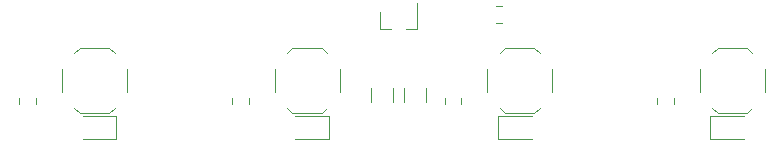
<source format=gbr>
G04 #@! TF.GenerationSoftware,KiCad,Pcbnew,(5.1.0)-1*
G04 #@! TF.CreationDate,2022-02-25T22:57:01-08:00*
G04 #@! TF.ProjectId,BTNPAD_TYPE_B,42544e50-4144-45f5-9459-50455f422e6b,rev?*
G04 #@! TF.SameCoordinates,PX7541940PY6316b30*
G04 #@! TF.FileFunction,Legend,Top*
G04 #@! TF.FilePolarity,Positive*
%FSLAX45Y45*%
G04 Gerber Fmt 4.5, Leading zero omitted, Abs format (unit mm)*
G04 Created by KiCad (PCBNEW (5.1.0)-1) date 2022-02-25 22:57:01*
%MOMM*%
%LPD*%
G04 APERTURE LIST*
%ADD10C,0.120000*%
%ADD11C,3.302000*%
%ADD12C,0.100000*%
%ADD13C,1.252000*%
%ADD14R,1.802000X1.802000*%
%ADD15O,1.802000X1.802000*%
%ADD16R,0.902000X1.002000*%
%ADD17C,1.527000*%
%ADD18R,1.802000X1.102000*%
G04 APERTURE END LIST*
D10*
X1300300Y255000D02*
X1586300Y255000D01*
X1586300Y255000D02*
X1586300Y447000D01*
X1586300Y447000D02*
X1300300Y447000D01*
X3386300Y447000D02*
X3100300Y447000D01*
X3386300Y255000D02*
X3386300Y447000D01*
X3100300Y255000D02*
X3386300Y255000D01*
X5100300Y447000D02*
X4814300Y447000D01*
X4814300Y447000D02*
X4814300Y255000D01*
X4814300Y255000D02*
X5100300Y255000D01*
X6614300Y255000D02*
X6900300Y255000D01*
X6614300Y447000D02*
X6614300Y255000D01*
X6900300Y447000D02*
X6614300Y447000D01*
X3815500Y1185440D02*
X3908500Y1185440D01*
X4131500Y1185440D02*
X4038500Y1185440D01*
X4131500Y1185440D02*
X4131500Y1401440D01*
X3815500Y1185440D02*
X3815500Y1331440D01*
X906300Y549075D02*
X906300Y601325D01*
X764300Y549075D02*
X764300Y601325D01*
X2564300Y549075D02*
X2564300Y601325D01*
X2706300Y549075D02*
X2706300Y601325D01*
X4506300Y549075D02*
X4506300Y601325D01*
X4364300Y549075D02*
X4364300Y601325D01*
X6164300Y549075D02*
X6164300Y601325D01*
X6306300Y549075D02*
X6306300Y601325D01*
X4850525Y1238700D02*
X4798275Y1238700D01*
X4850525Y1380700D02*
X4798275Y1380700D01*
X3924800Y562994D02*
X3924800Y683406D01*
X3742800Y562994D02*
X3742800Y683406D01*
X4022200Y562994D02*
X4022200Y683406D01*
X4204200Y562994D02*
X4204200Y683406D01*
X1230300Y520200D02*
X1275300Y475200D01*
X1570300Y520200D02*
X1525300Y475200D01*
X1570300Y980200D02*
X1525300Y1025200D01*
X1230300Y980200D02*
X1275300Y1025200D01*
X1675300Y850200D02*
X1675300Y650200D01*
X1275300Y475200D02*
X1525300Y475200D01*
X1125300Y850200D02*
X1125300Y650200D01*
X1275300Y1025200D02*
X1525300Y1025200D01*
X3075300Y1025200D02*
X3325300Y1025200D01*
X2925300Y850200D02*
X2925300Y650200D01*
X3075300Y475200D02*
X3325300Y475200D01*
X3475300Y850200D02*
X3475300Y650200D01*
X3030300Y980200D02*
X3075300Y1025200D01*
X3370300Y980200D02*
X3325300Y1025200D01*
X3370300Y520200D02*
X3325300Y475200D01*
X3030300Y520200D02*
X3075300Y475200D01*
X4830300Y520200D02*
X4875300Y475200D01*
X5170300Y520200D02*
X5125300Y475200D01*
X5170300Y980200D02*
X5125300Y1025200D01*
X4830300Y980200D02*
X4875300Y1025200D01*
X5275300Y850200D02*
X5275300Y650200D01*
X4875300Y475200D02*
X5125300Y475200D01*
X4725300Y850200D02*
X4725300Y650200D01*
X4875300Y1025200D02*
X5125300Y1025200D01*
X6675300Y1025200D02*
X6925300Y1025200D01*
X6525300Y850200D02*
X6525300Y650200D01*
X6675300Y475200D02*
X6925300Y475200D01*
X7075300Y850200D02*
X7075300Y650200D01*
X6630300Y980200D02*
X6675300Y1025200D01*
X6970300Y980200D02*
X6925300Y1025200D01*
X6970300Y520200D02*
X6925300Y475200D01*
X6630300Y520200D02*
X6675300Y475200D01*
%LPC*%
D11*
X7850000Y750200D03*
D12*
G36*
X1540850Y425969D02*
G01*
X1543492Y425577D01*
X1546083Y424928D01*
X1548598Y424028D01*
X1551013Y422886D01*
X1553304Y421513D01*
X1555449Y419922D01*
X1557428Y418128D01*
X1559222Y416149D01*
X1560813Y414004D01*
X1562186Y411713D01*
X1563328Y409298D01*
X1564228Y406783D01*
X1564877Y404192D01*
X1565269Y401550D01*
X1565400Y398883D01*
X1565400Y303117D01*
X1565269Y300450D01*
X1564877Y297808D01*
X1564228Y295217D01*
X1563328Y292702D01*
X1562186Y290287D01*
X1560813Y287996D01*
X1559222Y285851D01*
X1557428Y283872D01*
X1555449Y282078D01*
X1553304Y280487D01*
X1551013Y279114D01*
X1548598Y277972D01*
X1546083Y277072D01*
X1543492Y276423D01*
X1540850Y276031D01*
X1538183Y275900D01*
X1467417Y275900D01*
X1464749Y276031D01*
X1462107Y276423D01*
X1459516Y277072D01*
X1457002Y277972D01*
X1454587Y279114D01*
X1452296Y280487D01*
X1450151Y282078D01*
X1448172Y283872D01*
X1446378Y285851D01*
X1444787Y287996D01*
X1443414Y290287D01*
X1442272Y292702D01*
X1441372Y295217D01*
X1440723Y297808D01*
X1440331Y300450D01*
X1440200Y303117D01*
X1440200Y398883D01*
X1440331Y401550D01*
X1440723Y404192D01*
X1441372Y406783D01*
X1442272Y409298D01*
X1443414Y411713D01*
X1444787Y414004D01*
X1446378Y416149D01*
X1448172Y418128D01*
X1450151Y419922D01*
X1452296Y421513D01*
X1454587Y422886D01*
X1457002Y424028D01*
X1459516Y424928D01*
X1462107Y425577D01*
X1464749Y425969D01*
X1467417Y426100D01*
X1538183Y426100D01*
X1540850Y425969D01*
X1540850Y425969D01*
G37*
D13*
X1502800Y351000D03*
D12*
G36*
X1335851Y425969D02*
G01*
X1338493Y425577D01*
X1341084Y424928D01*
X1343598Y424028D01*
X1346013Y422886D01*
X1348304Y421513D01*
X1350449Y419922D01*
X1352428Y418128D01*
X1354222Y416149D01*
X1355813Y414004D01*
X1357186Y411713D01*
X1358328Y409298D01*
X1359228Y406783D01*
X1359877Y404192D01*
X1360269Y401550D01*
X1360400Y398883D01*
X1360400Y303117D01*
X1360269Y300450D01*
X1359877Y297808D01*
X1359228Y295217D01*
X1358328Y292702D01*
X1357186Y290287D01*
X1355813Y287996D01*
X1354222Y285851D01*
X1352428Y283872D01*
X1350449Y282078D01*
X1348304Y280487D01*
X1346013Y279114D01*
X1343598Y277972D01*
X1341084Y277072D01*
X1338493Y276423D01*
X1335851Y276031D01*
X1333183Y275900D01*
X1262417Y275900D01*
X1259750Y276031D01*
X1257108Y276423D01*
X1254517Y277072D01*
X1252002Y277972D01*
X1249587Y279114D01*
X1247296Y280487D01*
X1245151Y282078D01*
X1243172Y283872D01*
X1241378Y285851D01*
X1239787Y287996D01*
X1238414Y290287D01*
X1237272Y292702D01*
X1236372Y295217D01*
X1235723Y297808D01*
X1235331Y300450D01*
X1235200Y303117D01*
X1235200Y398883D01*
X1235331Y401550D01*
X1235723Y404192D01*
X1236372Y406783D01*
X1237272Y409298D01*
X1238414Y411713D01*
X1239787Y414004D01*
X1241378Y416149D01*
X1243172Y418128D01*
X1245151Y419922D01*
X1247296Y421513D01*
X1249587Y422886D01*
X1252002Y424028D01*
X1254517Y424928D01*
X1257108Y425577D01*
X1259750Y425969D01*
X1262417Y426100D01*
X1333183Y426100D01*
X1335851Y425969D01*
X1335851Y425969D01*
G37*
D13*
X1297800Y351000D03*
D12*
G36*
X3135850Y425969D02*
G01*
X3138492Y425577D01*
X3141083Y424928D01*
X3143598Y424028D01*
X3146013Y422886D01*
X3148304Y421513D01*
X3150449Y419922D01*
X3152428Y418128D01*
X3154222Y416149D01*
X3155813Y414004D01*
X3157186Y411713D01*
X3158328Y409298D01*
X3159228Y406783D01*
X3159877Y404192D01*
X3160269Y401550D01*
X3160400Y398883D01*
X3160400Y303117D01*
X3160269Y300450D01*
X3159877Y297808D01*
X3159228Y295217D01*
X3158328Y292702D01*
X3157186Y290287D01*
X3155813Y287996D01*
X3154222Y285851D01*
X3152428Y283872D01*
X3150449Y282078D01*
X3148304Y280487D01*
X3146013Y279114D01*
X3143598Y277972D01*
X3141083Y277072D01*
X3138492Y276423D01*
X3135850Y276031D01*
X3133183Y275900D01*
X3062417Y275900D01*
X3059749Y276031D01*
X3057107Y276423D01*
X3054516Y277072D01*
X3052002Y277972D01*
X3049587Y279114D01*
X3047296Y280487D01*
X3045151Y282078D01*
X3043172Y283872D01*
X3041378Y285851D01*
X3039787Y287996D01*
X3038414Y290287D01*
X3037272Y292702D01*
X3036372Y295217D01*
X3035723Y297808D01*
X3035331Y300450D01*
X3035200Y303117D01*
X3035200Y398883D01*
X3035331Y401550D01*
X3035723Y404192D01*
X3036372Y406783D01*
X3037272Y409298D01*
X3038414Y411713D01*
X3039787Y414004D01*
X3041378Y416149D01*
X3043172Y418128D01*
X3045151Y419922D01*
X3047296Y421513D01*
X3049587Y422886D01*
X3052002Y424028D01*
X3054516Y424928D01*
X3057107Y425577D01*
X3059749Y425969D01*
X3062417Y426100D01*
X3133183Y426100D01*
X3135850Y425969D01*
X3135850Y425969D01*
G37*
D13*
X3097800Y351000D03*
D12*
G36*
X3340850Y425969D02*
G01*
X3343492Y425577D01*
X3346083Y424928D01*
X3348598Y424028D01*
X3351013Y422886D01*
X3353304Y421513D01*
X3355449Y419922D01*
X3357428Y418128D01*
X3359222Y416149D01*
X3360813Y414004D01*
X3362186Y411713D01*
X3363328Y409298D01*
X3364228Y406783D01*
X3364877Y404192D01*
X3365269Y401550D01*
X3365400Y398883D01*
X3365400Y303117D01*
X3365269Y300450D01*
X3364877Y297808D01*
X3364228Y295217D01*
X3363328Y292702D01*
X3362186Y290287D01*
X3360813Y287996D01*
X3359222Y285851D01*
X3357428Y283872D01*
X3355449Y282078D01*
X3353304Y280487D01*
X3351013Y279114D01*
X3348598Y277972D01*
X3346083Y277072D01*
X3343492Y276423D01*
X3340850Y276031D01*
X3338183Y275900D01*
X3267417Y275900D01*
X3264749Y276031D01*
X3262107Y276423D01*
X3259516Y277072D01*
X3257002Y277972D01*
X3254587Y279114D01*
X3252296Y280487D01*
X3250151Y282078D01*
X3248172Y283872D01*
X3246378Y285851D01*
X3244787Y287996D01*
X3243414Y290287D01*
X3242272Y292702D01*
X3241372Y295217D01*
X3240723Y297808D01*
X3240331Y300450D01*
X3240200Y303117D01*
X3240200Y398883D01*
X3240331Y401550D01*
X3240723Y404192D01*
X3241372Y406783D01*
X3242272Y409298D01*
X3243414Y411713D01*
X3244787Y414004D01*
X3246378Y416149D01*
X3248172Y418128D01*
X3250151Y419922D01*
X3252296Y421513D01*
X3254587Y422886D01*
X3257002Y424028D01*
X3259516Y424928D01*
X3262107Y425577D01*
X3264749Y425969D01*
X3267417Y426100D01*
X3338183Y426100D01*
X3340850Y425969D01*
X3340850Y425969D01*
G37*
D13*
X3302800Y351000D03*
D12*
G36*
X4935851Y425969D02*
G01*
X4938493Y425577D01*
X4941084Y424928D01*
X4943598Y424028D01*
X4946013Y422886D01*
X4948304Y421513D01*
X4950449Y419922D01*
X4952428Y418128D01*
X4954222Y416149D01*
X4955813Y414004D01*
X4957186Y411713D01*
X4958328Y409298D01*
X4959228Y406783D01*
X4959877Y404192D01*
X4960269Y401550D01*
X4960400Y398883D01*
X4960400Y303117D01*
X4960269Y300450D01*
X4959877Y297808D01*
X4959228Y295217D01*
X4958328Y292702D01*
X4957186Y290287D01*
X4955813Y287996D01*
X4954222Y285851D01*
X4952428Y283872D01*
X4950449Y282078D01*
X4948304Y280487D01*
X4946013Y279114D01*
X4943598Y277972D01*
X4941084Y277072D01*
X4938493Y276423D01*
X4935851Y276031D01*
X4933183Y275900D01*
X4862417Y275900D01*
X4859750Y276031D01*
X4857108Y276423D01*
X4854517Y277072D01*
X4852002Y277972D01*
X4849587Y279114D01*
X4847296Y280487D01*
X4845151Y282078D01*
X4843172Y283872D01*
X4841378Y285851D01*
X4839787Y287996D01*
X4838414Y290287D01*
X4837272Y292702D01*
X4836372Y295217D01*
X4835723Y297808D01*
X4835331Y300450D01*
X4835200Y303117D01*
X4835200Y398883D01*
X4835331Y401550D01*
X4835723Y404192D01*
X4836372Y406783D01*
X4837272Y409298D01*
X4838414Y411713D01*
X4839787Y414004D01*
X4841378Y416149D01*
X4843172Y418128D01*
X4845151Y419922D01*
X4847296Y421513D01*
X4849587Y422886D01*
X4852002Y424028D01*
X4854517Y424928D01*
X4857108Y425577D01*
X4859750Y425969D01*
X4862417Y426100D01*
X4933183Y426100D01*
X4935851Y425969D01*
X4935851Y425969D01*
G37*
D13*
X4897800Y351000D03*
D12*
G36*
X5140851Y425969D02*
G01*
X5143493Y425577D01*
X5146084Y424928D01*
X5148598Y424028D01*
X5151013Y422886D01*
X5153304Y421513D01*
X5155449Y419922D01*
X5157428Y418128D01*
X5159222Y416149D01*
X5160813Y414004D01*
X5162186Y411713D01*
X5163328Y409298D01*
X5164228Y406783D01*
X5164877Y404192D01*
X5165269Y401550D01*
X5165400Y398883D01*
X5165400Y303117D01*
X5165269Y300450D01*
X5164877Y297808D01*
X5164228Y295217D01*
X5163328Y292702D01*
X5162186Y290287D01*
X5160813Y287996D01*
X5159222Y285851D01*
X5157428Y283872D01*
X5155449Y282078D01*
X5153304Y280487D01*
X5151013Y279114D01*
X5148598Y277972D01*
X5146084Y277072D01*
X5143493Y276423D01*
X5140851Y276031D01*
X5138183Y275900D01*
X5067417Y275900D01*
X5064750Y276031D01*
X5062108Y276423D01*
X5059517Y277072D01*
X5057002Y277972D01*
X5054587Y279114D01*
X5052296Y280487D01*
X5050151Y282078D01*
X5048172Y283872D01*
X5046378Y285851D01*
X5044787Y287996D01*
X5043414Y290287D01*
X5042272Y292702D01*
X5041372Y295217D01*
X5040723Y297808D01*
X5040331Y300450D01*
X5040200Y303117D01*
X5040200Y398883D01*
X5040331Y401550D01*
X5040723Y404192D01*
X5041372Y406783D01*
X5042272Y409298D01*
X5043414Y411713D01*
X5044787Y414004D01*
X5046378Y416149D01*
X5048172Y418128D01*
X5050151Y419922D01*
X5052296Y421513D01*
X5054587Y422886D01*
X5057002Y424028D01*
X5059517Y424928D01*
X5062108Y425577D01*
X5064750Y425969D01*
X5067417Y426100D01*
X5138183Y426100D01*
X5140851Y425969D01*
X5140851Y425969D01*
G37*
D13*
X5102800Y351000D03*
D12*
G36*
X6940850Y425969D02*
G01*
X6943492Y425577D01*
X6946083Y424928D01*
X6948598Y424028D01*
X6951013Y422886D01*
X6953304Y421513D01*
X6955449Y419922D01*
X6957428Y418128D01*
X6959222Y416149D01*
X6960813Y414004D01*
X6962186Y411713D01*
X6963328Y409298D01*
X6964228Y406783D01*
X6964877Y404192D01*
X6965269Y401550D01*
X6965400Y398883D01*
X6965400Y303117D01*
X6965269Y300450D01*
X6964877Y297808D01*
X6964228Y295217D01*
X6963328Y292702D01*
X6962186Y290287D01*
X6960813Y287996D01*
X6959222Y285851D01*
X6957428Y283872D01*
X6955449Y282078D01*
X6953304Y280487D01*
X6951013Y279114D01*
X6948598Y277972D01*
X6946083Y277072D01*
X6943492Y276423D01*
X6940850Y276031D01*
X6938183Y275900D01*
X6867417Y275900D01*
X6864749Y276031D01*
X6862107Y276423D01*
X6859516Y277072D01*
X6857002Y277972D01*
X6854587Y279114D01*
X6852296Y280487D01*
X6850151Y282078D01*
X6848172Y283872D01*
X6846378Y285851D01*
X6844787Y287996D01*
X6843414Y290287D01*
X6842272Y292702D01*
X6841372Y295217D01*
X6840723Y297808D01*
X6840331Y300450D01*
X6840200Y303117D01*
X6840200Y398883D01*
X6840331Y401550D01*
X6840723Y404192D01*
X6841372Y406783D01*
X6842272Y409298D01*
X6843414Y411713D01*
X6844787Y414004D01*
X6846378Y416149D01*
X6848172Y418128D01*
X6850151Y419922D01*
X6852296Y421513D01*
X6854587Y422886D01*
X6857002Y424028D01*
X6859516Y424928D01*
X6862107Y425577D01*
X6864749Y425969D01*
X6867417Y426100D01*
X6938183Y426100D01*
X6940850Y425969D01*
X6940850Y425969D01*
G37*
D13*
X6902800Y351000D03*
D12*
G36*
X6735850Y425969D02*
G01*
X6738492Y425577D01*
X6741083Y424928D01*
X6743598Y424028D01*
X6746013Y422886D01*
X6748304Y421513D01*
X6750449Y419922D01*
X6752428Y418128D01*
X6754222Y416149D01*
X6755813Y414004D01*
X6757186Y411713D01*
X6758328Y409298D01*
X6759228Y406783D01*
X6759877Y404192D01*
X6760269Y401550D01*
X6760400Y398883D01*
X6760400Y303117D01*
X6760269Y300450D01*
X6759877Y297808D01*
X6759228Y295217D01*
X6758328Y292702D01*
X6757186Y290287D01*
X6755813Y287996D01*
X6754222Y285851D01*
X6752428Y283872D01*
X6750449Y282078D01*
X6748304Y280487D01*
X6746013Y279114D01*
X6743598Y277972D01*
X6741083Y277072D01*
X6738492Y276423D01*
X6735850Y276031D01*
X6733183Y275900D01*
X6662417Y275900D01*
X6659749Y276031D01*
X6657107Y276423D01*
X6654516Y277072D01*
X6652002Y277972D01*
X6649587Y279114D01*
X6647296Y280487D01*
X6645151Y282078D01*
X6643172Y283872D01*
X6641378Y285851D01*
X6639787Y287996D01*
X6638414Y290287D01*
X6637272Y292702D01*
X6636372Y295217D01*
X6635723Y297808D01*
X6635331Y300450D01*
X6635200Y303117D01*
X6635200Y398883D01*
X6635331Y401550D01*
X6635723Y404192D01*
X6636372Y406783D01*
X6637272Y409298D01*
X6638414Y411713D01*
X6639787Y414004D01*
X6641378Y416149D01*
X6643172Y418128D01*
X6645151Y419922D01*
X6647296Y421513D01*
X6649587Y422886D01*
X6652002Y424028D01*
X6654516Y424928D01*
X6657107Y425577D01*
X6659749Y425969D01*
X6662417Y426100D01*
X6733183Y426100D01*
X6735850Y425969D01*
X6735850Y425969D01*
G37*
D13*
X6697800Y351000D03*
D11*
X350000Y750200D03*
D14*
X5637200Y1309700D03*
D15*
X5891200Y1309700D03*
X6145200Y1309700D03*
X6399200Y1309700D03*
X6653200Y1309700D03*
X6907200Y1309700D03*
X7161200Y1309700D03*
D16*
X4068500Y1361440D03*
X3878500Y1361440D03*
X3973500Y1161440D03*
D12*
G36*
X885850Y740169D02*
G01*
X888492Y739777D01*
X891083Y739128D01*
X893598Y738228D01*
X896013Y737086D01*
X898304Y735713D01*
X900449Y734122D01*
X902428Y732328D01*
X904222Y730349D01*
X905813Y728204D01*
X907186Y725913D01*
X908328Y723498D01*
X909228Y720983D01*
X909877Y718392D01*
X910269Y715750D01*
X910400Y713083D01*
X910400Y642317D01*
X910269Y639650D01*
X909877Y637008D01*
X909228Y634417D01*
X908328Y631902D01*
X907186Y629487D01*
X905813Y627196D01*
X904222Y625051D01*
X902428Y623072D01*
X900449Y621278D01*
X898304Y619687D01*
X896013Y618314D01*
X893598Y617172D01*
X891083Y616272D01*
X888492Y615623D01*
X885850Y615231D01*
X883183Y615100D01*
X787417Y615100D01*
X784749Y615231D01*
X782107Y615623D01*
X779516Y616272D01*
X777002Y617172D01*
X774587Y618314D01*
X772296Y619687D01*
X770151Y621278D01*
X768172Y623072D01*
X766378Y625051D01*
X764787Y627196D01*
X763414Y629487D01*
X762272Y631902D01*
X761372Y634417D01*
X760723Y637008D01*
X760331Y639650D01*
X760200Y642317D01*
X760200Y713083D01*
X760331Y715750D01*
X760723Y718392D01*
X761372Y720983D01*
X762272Y723498D01*
X763414Y725913D01*
X764787Y728204D01*
X766378Y730349D01*
X768172Y732328D01*
X770151Y734122D01*
X772296Y735713D01*
X774587Y737086D01*
X777002Y738228D01*
X779516Y739128D01*
X782107Y739777D01*
X784749Y740169D01*
X787417Y740300D01*
X883183Y740300D01*
X885850Y740169D01*
X885850Y740169D01*
G37*
D13*
X835300Y677700D03*
D12*
G36*
X885850Y535169D02*
G01*
X888492Y534777D01*
X891083Y534128D01*
X893598Y533228D01*
X896013Y532086D01*
X898304Y530713D01*
X900449Y529122D01*
X902428Y527328D01*
X904222Y525349D01*
X905813Y523204D01*
X907186Y520913D01*
X908328Y518498D01*
X909228Y515983D01*
X909877Y513392D01*
X910269Y510750D01*
X910400Y508083D01*
X910400Y437317D01*
X910269Y434649D01*
X909877Y432007D01*
X909228Y429416D01*
X908328Y426902D01*
X907186Y424487D01*
X905813Y422196D01*
X904222Y420051D01*
X902428Y418072D01*
X900449Y416278D01*
X898304Y414687D01*
X896013Y413314D01*
X893598Y412172D01*
X891083Y411272D01*
X888492Y410623D01*
X885850Y410231D01*
X883183Y410100D01*
X787417Y410100D01*
X784749Y410231D01*
X782107Y410623D01*
X779516Y411272D01*
X777002Y412172D01*
X774587Y413314D01*
X772296Y414687D01*
X770151Y416278D01*
X768172Y418072D01*
X766378Y420051D01*
X764787Y422196D01*
X763414Y424487D01*
X762272Y426902D01*
X761372Y429416D01*
X760723Y432007D01*
X760331Y434649D01*
X760200Y437317D01*
X760200Y508083D01*
X760331Y510750D01*
X760723Y513392D01*
X761372Y515983D01*
X762272Y518498D01*
X763414Y520913D01*
X764787Y523204D01*
X766378Y525349D01*
X768172Y527328D01*
X770151Y529122D01*
X772296Y530713D01*
X774587Y532086D01*
X777002Y533228D01*
X779516Y534128D01*
X782107Y534777D01*
X784749Y535169D01*
X787417Y535300D01*
X883183Y535300D01*
X885850Y535169D01*
X885850Y535169D01*
G37*
D13*
X835300Y472700D03*
D12*
G36*
X2685851Y535169D02*
G01*
X2688493Y534777D01*
X2691084Y534128D01*
X2693598Y533228D01*
X2696013Y532086D01*
X2698304Y530713D01*
X2700449Y529122D01*
X2702428Y527328D01*
X2704222Y525349D01*
X2705813Y523204D01*
X2707186Y520913D01*
X2708328Y518498D01*
X2709228Y515983D01*
X2709877Y513392D01*
X2710269Y510750D01*
X2710400Y508083D01*
X2710400Y437317D01*
X2710269Y434649D01*
X2709877Y432007D01*
X2709228Y429416D01*
X2708328Y426902D01*
X2707186Y424487D01*
X2705813Y422196D01*
X2704222Y420051D01*
X2702428Y418072D01*
X2700449Y416278D01*
X2698304Y414687D01*
X2696013Y413314D01*
X2693598Y412172D01*
X2691084Y411272D01*
X2688493Y410623D01*
X2685851Y410231D01*
X2683183Y410100D01*
X2587417Y410100D01*
X2584750Y410231D01*
X2582108Y410623D01*
X2579517Y411272D01*
X2577002Y412172D01*
X2574587Y413314D01*
X2572296Y414687D01*
X2570151Y416278D01*
X2568172Y418072D01*
X2566378Y420051D01*
X2564787Y422196D01*
X2563414Y424487D01*
X2562272Y426902D01*
X2561372Y429416D01*
X2560723Y432007D01*
X2560331Y434649D01*
X2560200Y437317D01*
X2560200Y508083D01*
X2560331Y510750D01*
X2560723Y513392D01*
X2561372Y515983D01*
X2562272Y518498D01*
X2563414Y520913D01*
X2564787Y523204D01*
X2566378Y525349D01*
X2568172Y527328D01*
X2570151Y529122D01*
X2572296Y530713D01*
X2574587Y532086D01*
X2577002Y533228D01*
X2579517Y534128D01*
X2582108Y534777D01*
X2584750Y535169D01*
X2587417Y535300D01*
X2683183Y535300D01*
X2685851Y535169D01*
X2685851Y535169D01*
G37*
D13*
X2635300Y472700D03*
D12*
G36*
X2685851Y740169D02*
G01*
X2688493Y739777D01*
X2691084Y739128D01*
X2693598Y738228D01*
X2696013Y737086D01*
X2698304Y735713D01*
X2700449Y734122D01*
X2702428Y732328D01*
X2704222Y730349D01*
X2705813Y728204D01*
X2707186Y725913D01*
X2708328Y723498D01*
X2709228Y720983D01*
X2709877Y718392D01*
X2710269Y715750D01*
X2710400Y713083D01*
X2710400Y642317D01*
X2710269Y639650D01*
X2709877Y637008D01*
X2709228Y634417D01*
X2708328Y631902D01*
X2707186Y629487D01*
X2705813Y627196D01*
X2704222Y625051D01*
X2702428Y623072D01*
X2700449Y621278D01*
X2698304Y619687D01*
X2696013Y618314D01*
X2693598Y617172D01*
X2691084Y616272D01*
X2688493Y615623D01*
X2685851Y615231D01*
X2683183Y615100D01*
X2587417Y615100D01*
X2584750Y615231D01*
X2582108Y615623D01*
X2579517Y616272D01*
X2577002Y617172D01*
X2574587Y618314D01*
X2572296Y619687D01*
X2570151Y621278D01*
X2568172Y623072D01*
X2566378Y625051D01*
X2564787Y627196D01*
X2563414Y629487D01*
X2562272Y631902D01*
X2561372Y634417D01*
X2560723Y637008D01*
X2560331Y639650D01*
X2560200Y642317D01*
X2560200Y713083D01*
X2560331Y715750D01*
X2560723Y718392D01*
X2561372Y720983D01*
X2562272Y723498D01*
X2563414Y725913D01*
X2564787Y728204D01*
X2566378Y730349D01*
X2568172Y732328D01*
X2570151Y734122D01*
X2572296Y735713D01*
X2574587Y737086D01*
X2577002Y738228D01*
X2579517Y739128D01*
X2582108Y739777D01*
X2584750Y740169D01*
X2587417Y740300D01*
X2683183Y740300D01*
X2685851Y740169D01*
X2685851Y740169D01*
G37*
D13*
X2635300Y677700D03*
D12*
G36*
X4485851Y740169D02*
G01*
X4488493Y739777D01*
X4491084Y739128D01*
X4493598Y738228D01*
X4496013Y737086D01*
X4498304Y735713D01*
X4500449Y734122D01*
X4502428Y732328D01*
X4504222Y730349D01*
X4505813Y728204D01*
X4507186Y725913D01*
X4508328Y723498D01*
X4509228Y720983D01*
X4509877Y718392D01*
X4510269Y715750D01*
X4510400Y713083D01*
X4510400Y642317D01*
X4510269Y639650D01*
X4509877Y637008D01*
X4509228Y634417D01*
X4508328Y631902D01*
X4507186Y629487D01*
X4505813Y627196D01*
X4504222Y625051D01*
X4502428Y623072D01*
X4500449Y621278D01*
X4498304Y619687D01*
X4496013Y618314D01*
X4493598Y617172D01*
X4491084Y616272D01*
X4488493Y615623D01*
X4485851Y615231D01*
X4483183Y615100D01*
X4387417Y615100D01*
X4384750Y615231D01*
X4382108Y615623D01*
X4379517Y616272D01*
X4377002Y617172D01*
X4374587Y618314D01*
X4372296Y619687D01*
X4370151Y621278D01*
X4368172Y623072D01*
X4366378Y625051D01*
X4364787Y627196D01*
X4363414Y629487D01*
X4362272Y631902D01*
X4361372Y634417D01*
X4360723Y637008D01*
X4360331Y639650D01*
X4360200Y642317D01*
X4360200Y713083D01*
X4360331Y715750D01*
X4360723Y718392D01*
X4361372Y720983D01*
X4362272Y723498D01*
X4363414Y725913D01*
X4364787Y728204D01*
X4366378Y730349D01*
X4368172Y732328D01*
X4370151Y734122D01*
X4372296Y735713D01*
X4374587Y737086D01*
X4377002Y738228D01*
X4379517Y739128D01*
X4382108Y739777D01*
X4384750Y740169D01*
X4387417Y740300D01*
X4483183Y740300D01*
X4485851Y740169D01*
X4485851Y740169D01*
G37*
D13*
X4435300Y677700D03*
D12*
G36*
X4485851Y535169D02*
G01*
X4488493Y534777D01*
X4491084Y534128D01*
X4493598Y533228D01*
X4496013Y532086D01*
X4498304Y530713D01*
X4500449Y529122D01*
X4502428Y527328D01*
X4504222Y525349D01*
X4505813Y523204D01*
X4507186Y520913D01*
X4508328Y518498D01*
X4509228Y515983D01*
X4509877Y513392D01*
X4510269Y510750D01*
X4510400Y508083D01*
X4510400Y437317D01*
X4510269Y434649D01*
X4509877Y432007D01*
X4509228Y429416D01*
X4508328Y426902D01*
X4507186Y424487D01*
X4505813Y422196D01*
X4504222Y420051D01*
X4502428Y418072D01*
X4500449Y416278D01*
X4498304Y414687D01*
X4496013Y413314D01*
X4493598Y412172D01*
X4491084Y411272D01*
X4488493Y410623D01*
X4485851Y410231D01*
X4483183Y410100D01*
X4387417Y410100D01*
X4384750Y410231D01*
X4382108Y410623D01*
X4379517Y411272D01*
X4377002Y412172D01*
X4374587Y413314D01*
X4372296Y414687D01*
X4370151Y416278D01*
X4368172Y418072D01*
X4366378Y420051D01*
X4364787Y422196D01*
X4363414Y424487D01*
X4362272Y426902D01*
X4361372Y429416D01*
X4360723Y432007D01*
X4360331Y434649D01*
X4360200Y437317D01*
X4360200Y508083D01*
X4360331Y510750D01*
X4360723Y513392D01*
X4361372Y515983D01*
X4362272Y518498D01*
X4363414Y520913D01*
X4364787Y523204D01*
X4366378Y525349D01*
X4368172Y527328D01*
X4370151Y529122D01*
X4372296Y530713D01*
X4374587Y532086D01*
X4377002Y533228D01*
X4379517Y534128D01*
X4382108Y534777D01*
X4384750Y535169D01*
X4387417Y535300D01*
X4483183Y535300D01*
X4485851Y535169D01*
X4485851Y535169D01*
G37*
D13*
X4435300Y472700D03*
D12*
G36*
X6285850Y535169D02*
G01*
X6288492Y534777D01*
X6291083Y534128D01*
X6293598Y533228D01*
X6296013Y532086D01*
X6298304Y530713D01*
X6300449Y529122D01*
X6302428Y527328D01*
X6304222Y525349D01*
X6305813Y523204D01*
X6307186Y520913D01*
X6308328Y518498D01*
X6309228Y515983D01*
X6309877Y513392D01*
X6310269Y510750D01*
X6310400Y508083D01*
X6310400Y437317D01*
X6310269Y434649D01*
X6309877Y432007D01*
X6309228Y429416D01*
X6308328Y426902D01*
X6307186Y424487D01*
X6305813Y422196D01*
X6304222Y420051D01*
X6302428Y418072D01*
X6300449Y416278D01*
X6298304Y414687D01*
X6296013Y413314D01*
X6293598Y412172D01*
X6291083Y411272D01*
X6288492Y410623D01*
X6285850Y410231D01*
X6283183Y410100D01*
X6187417Y410100D01*
X6184749Y410231D01*
X6182107Y410623D01*
X6179516Y411272D01*
X6177002Y412172D01*
X6174587Y413314D01*
X6172296Y414687D01*
X6170151Y416278D01*
X6168172Y418072D01*
X6166378Y420051D01*
X6164787Y422196D01*
X6163414Y424487D01*
X6162272Y426902D01*
X6161372Y429416D01*
X6160723Y432007D01*
X6160331Y434649D01*
X6160200Y437317D01*
X6160200Y508083D01*
X6160331Y510750D01*
X6160723Y513392D01*
X6161372Y515983D01*
X6162272Y518498D01*
X6163414Y520913D01*
X6164787Y523204D01*
X6166378Y525349D01*
X6168172Y527328D01*
X6170151Y529122D01*
X6172296Y530713D01*
X6174587Y532086D01*
X6177002Y533228D01*
X6179516Y534128D01*
X6182107Y534777D01*
X6184749Y535169D01*
X6187417Y535300D01*
X6283183Y535300D01*
X6285850Y535169D01*
X6285850Y535169D01*
G37*
D13*
X6235300Y472700D03*
D12*
G36*
X6285850Y740169D02*
G01*
X6288492Y739777D01*
X6291083Y739128D01*
X6293598Y738228D01*
X6296013Y737086D01*
X6298304Y735713D01*
X6300449Y734122D01*
X6302428Y732328D01*
X6304222Y730349D01*
X6305813Y728204D01*
X6307186Y725913D01*
X6308328Y723498D01*
X6309228Y720983D01*
X6309877Y718392D01*
X6310269Y715750D01*
X6310400Y713083D01*
X6310400Y642317D01*
X6310269Y639650D01*
X6309877Y637008D01*
X6309228Y634417D01*
X6308328Y631902D01*
X6307186Y629487D01*
X6305813Y627196D01*
X6304222Y625051D01*
X6302428Y623072D01*
X6300449Y621278D01*
X6298304Y619687D01*
X6296013Y618314D01*
X6293598Y617172D01*
X6291083Y616272D01*
X6288492Y615623D01*
X6285850Y615231D01*
X6283183Y615100D01*
X6187417Y615100D01*
X6184749Y615231D01*
X6182107Y615623D01*
X6179516Y616272D01*
X6177002Y617172D01*
X6174587Y618314D01*
X6172296Y619687D01*
X6170151Y621278D01*
X6168172Y623072D01*
X6166378Y625051D01*
X6164787Y627196D01*
X6163414Y629487D01*
X6162272Y631902D01*
X6161372Y634417D01*
X6160723Y637008D01*
X6160331Y639650D01*
X6160200Y642317D01*
X6160200Y713083D01*
X6160331Y715750D01*
X6160723Y718392D01*
X6161372Y720983D01*
X6162272Y723498D01*
X6163414Y725913D01*
X6164787Y728204D01*
X6166378Y730349D01*
X6168172Y732328D01*
X6170151Y734122D01*
X6172296Y735713D01*
X6174587Y737086D01*
X6177002Y738228D01*
X6179516Y739128D01*
X6182107Y739777D01*
X6184749Y740169D01*
X6187417Y740300D01*
X6283183Y740300D01*
X6285850Y740169D01*
X6285850Y740169D01*
G37*
D13*
X6235300Y677700D03*
D12*
G36*
X4964951Y1384669D02*
G01*
X4967593Y1384277D01*
X4970184Y1383628D01*
X4972698Y1382728D01*
X4975113Y1381586D01*
X4977404Y1380213D01*
X4979549Y1378622D01*
X4981528Y1376828D01*
X4983322Y1374849D01*
X4984913Y1372704D01*
X4986286Y1370413D01*
X4987428Y1367998D01*
X4988328Y1365484D01*
X4988977Y1362893D01*
X4989369Y1360251D01*
X4989500Y1357583D01*
X4989500Y1261817D01*
X4989369Y1259150D01*
X4988977Y1256508D01*
X4988328Y1253917D01*
X4987428Y1251402D01*
X4986286Y1248987D01*
X4984913Y1246696D01*
X4983322Y1244551D01*
X4981528Y1242572D01*
X4979549Y1240778D01*
X4977404Y1239187D01*
X4975113Y1237814D01*
X4972698Y1236672D01*
X4970184Y1235772D01*
X4967593Y1235123D01*
X4964951Y1234731D01*
X4962283Y1234600D01*
X4891517Y1234600D01*
X4888850Y1234731D01*
X4886208Y1235123D01*
X4883617Y1235772D01*
X4881102Y1236672D01*
X4878687Y1237814D01*
X4876396Y1239187D01*
X4874251Y1240778D01*
X4872272Y1242572D01*
X4870478Y1244551D01*
X4868887Y1246696D01*
X4867514Y1248987D01*
X4866372Y1251402D01*
X4865472Y1253917D01*
X4864823Y1256508D01*
X4864431Y1259150D01*
X4864300Y1261817D01*
X4864300Y1357583D01*
X4864431Y1360251D01*
X4864823Y1362893D01*
X4865472Y1365484D01*
X4866372Y1367998D01*
X4867514Y1370413D01*
X4868887Y1372704D01*
X4870478Y1374849D01*
X4872272Y1376828D01*
X4874251Y1378622D01*
X4876396Y1380213D01*
X4878687Y1381586D01*
X4881102Y1382728D01*
X4883617Y1383628D01*
X4886208Y1384277D01*
X4888850Y1384669D01*
X4891517Y1384800D01*
X4962283Y1384800D01*
X4964951Y1384669D01*
X4964951Y1384669D01*
G37*
D13*
X4926900Y1309700D03*
D12*
G36*
X4759951Y1384669D02*
G01*
X4762593Y1384277D01*
X4765184Y1383628D01*
X4767698Y1382728D01*
X4770113Y1381586D01*
X4772404Y1380213D01*
X4774549Y1378622D01*
X4776528Y1376828D01*
X4778322Y1374849D01*
X4779913Y1372704D01*
X4781286Y1370413D01*
X4782428Y1367998D01*
X4783328Y1365484D01*
X4783977Y1362893D01*
X4784369Y1360251D01*
X4784500Y1357583D01*
X4784500Y1261817D01*
X4784369Y1259150D01*
X4783977Y1256508D01*
X4783328Y1253917D01*
X4782428Y1251402D01*
X4781286Y1248987D01*
X4779913Y1246696D01*
X4778322Y1244551D01*
X4776528Y1242572D01*
X4774549Y1240778D01*
X4772404Y1239187D01*
X4770113Y1237814D01*
X4767698Y1236672D01*
X4765184Y1235772D01*
X4762593Y1235123D01*
X4759951Y1234731D01*
X4757283Y1234600D01*
X4686517Y1234600D01*
X4683850Y1234731D01*
X4681208Y1235123D01*
X4678617Y1235772D01*
X4676102Y1236672D01*
X4673687Y1237814D01*
X4671396Y1239187D01*
X4669251Y1240778D01*
X4667272Y1242572D01*
X4665478Y1244551D01*
X4663887Y1246696D01*
X4662514Y1248987D01*
X4661372Y1251402D01*
X4660472Y1253917D01*
X4659823Y1256508D01*
X4659431Y1259150D01*
X4659300Y1261817D01*
X4659300Y1357583D01*
X4659431Y1360251D01*
X4659823Y1362893D01*
X4660472Y1365484D01*
X4661372Y1367998D01*
X4662514Y1370413D01*
X4663887Y1372704D01*
X4665478Y1374849D01*
X4667272Y1376828D01*
X4669251Y1378622D01*
X4671396Y1380213D01*
X4673687Y1381586D01*
X4676102Y1382728D01*
X4678617Y1383628D01*
X4681208Y1384277D01*
X4683850Y1384669D01*
X4686517Y1384800D01*
X4757283Y1384800D01*
X4759951Y1384669D01*
X4759951Y1384669D01*
G37*
D13*
X4721900Y1309700D03*
D12*
G36*
X3902236Y848171D02*
G01*
X3904837Y847785D01*
X3907387Y847146D01*
X3909862Y846261D01*
X3912239Y845137D01*
X3914494Y843785D01*
X3916606Y842219D01*
X3918553Y840453D01*
X3920319Y838506D01*
X3921885Y836394D01*
X3923237Y834139D01*
X3924361Y831762D01*
X3925246Y829287D01*
X3925885Y826737D01*
X3926271Y824136D01*
X3926400Y821510D01*
X3926400Y722389D01*
X3926271Y719764D01*
X3925885Y717163D01*
X3925246Y714613D01*
X3924361Y712138D01*
X3923237Y709761D01*
X3921885Y707506D01*
X3920319Y705394D01*
X3918553Y703446D01*
X3916606Y701681D01*
X3914494Y700115D01*
X3912239Y698763D01*
X3909862Y697639D01*
X3907387Y696754D01*
X3904837Y696115D01*
X3902236Y695729D01*
X3899610Y695600D01*
X3767989Y695600D01*
X3765364Y695729D01*
X3762763Y696115D01*
X3760213Y696754D01*
X3757738Y697639D01*
X3755361Y698763D01*
X3753106Y700115D01*
X3750994Y701681D01*
X3749046Y703446D01*
X3747281Y705394D01*
X3745715Y707506D01*
X3744363Y709761D01*
X3743239Y712138D01*
X3742353Y714613D01*
X3741715Y717163D01*
X3741329Y719764D01*
X3741200Y722389D01*
X3741200Y821510D01*
X3741329Y824136D01*
X3741715Y826737D01*
X3742353Y829287D01*
X3743239Y831762D01*
X3744363Y834139D01*
X3745715Y836394D01*
X3747281Y838506D01*
X3749046Y840453D01*
X3750994Y842219D01*
X3753106Y843785D01*
X3755361Y845137D01*
X3757738Y846261D01*
X3760213Y847146D01*
X3762763Y847785D01*
X3765364Y848171D01*
X3767989Y848300D01*
X3899610Y848300D01*
X3902236Y848171D01*
X3902236Y848171D01*
G37*
D17*
X3833800Y771950D03*
D12*
G36*
X3902236Y550671D02*
G01*
X3904837Y550285D01*
X3907387Y549647D01*
X3909862Y548761D01*
X3912239Y547637D01*
X3914494Y546285D01*
X3916606Y544719D01*
X3918553Y542954D01*
X3920319Y541006D01*
X3921885Y538894D01*
X3923237Y536639D01*
X3924361Y534262D01*
X3925246Y531787D01*
X3925885Y529237D01*
X3926271Y526636D01*
X3926400Y524010D01*
X3926400Y424889D01*
X3926271Y422264D01*
X3925885Y419663D01*
X3925246Y417113D01*
X3924361Y414638D01*
X3923237Y412261D01*
X3921885Y410006D01*
X3920319Y407894D01*
X3918553Y405946D01*
X3916606Y404181D01*
X3914494Y402615D01*
X3912239Y401263D01*
X3909862Y400139D01*
X3907387Y399253D01*
X3904837Y398615D01*
X3902236Y398229D01*
X3899610Y398100D01*
X3767989Y398100D01*
X3765364Y398229D01*
X3762763Y398615D01*
X3760213Y399253D01*
X3757738Y400139D01*
X3755361Y401263D01*
X3753106Y402615D01*
X3750994Y404181D01*
X3749046Y405946D01*
X3747281Y407894D01*
X3745715Y410006D01*
X3744363Y412261D01*
X3743239Y414638D01*
X3742353Y417113D01*
X3741715Y419663D01*
X3741329Y422264D01*
X3741200Y424889D01*
X3741200Y524010D01*
X3741329Y526636D01*
X3741715Y529237D01*
X3742353Y531787D01*
X3743239Y534262D01*
X3744363Y536639D01*
X3745715Y538894D01*
X3747281Y541006D01*
X3749046Y542954D01*
X3750994Y544719D01*
X3753106Y546285D01*
X3755361Y547637D01*
X3757738Y548761D01*
X3760213Y549647D01*
X3762763Y550285D01*
X3765364Y550671D01*
X3767989Y550800D01*
X3899610Y550800D01*
X3902236Y550671D01*
X3902236Y550671D01*
G37*
D17*
X3833800Y474450D03*
D12*
G36*
X4181636Y550671D02*
G01*
X4184237Y550285D01*
X4186787Y549647D01*
X4189262Y548761D01*
X4191639Y547637D01*
X4193894Y546285D01*
X4196006Y544719D01*
X4197954Y542954D01*
X4199719Y541006D01*
X4201285Y538894D01*
X4202637Y536639D01*
X4203761Y534262D01*
X4204647Y531787D01*
X4205285Y529237D01*
X4205671Y526636D01*
X4205800Y524010D01*
X4205800Y424889D01*
X4205671Y422264D01*
X4205285Y419663D01*
X4204647Y417113D01*
X4203761Y414638D01*
X4202637Y412261D01*
X4201285Y410006D01*
X4199719Y407894D01*
X4197954Y405946D01*
X4196006Y404181D01*
X4193894Y402615D01*
X4191639Y401263D01*
X4189262Y400139D01*
X4186787Y399253D01*
X4184237Y398615D01*
X4181636Y398229D01*
X4179010Y398100D01*
X4047389Y398100D01*
X4044764Y398229D01*
X4042163Y398615D01*
X4039613Y399253D01*
X4037138Y400139D01*
X4034761Y401263D01*
X4032506Y402615D01*
X4030394Y404181D01*
X4028446Y405946D01*
X4026681Y407894D01*
X4025115Y410006D01*
X4023763Y412261D01*
X4022639Y414638D01*
X4021753Y417113D01*
X4021115Y419663D01*
X4020729Y422264D01*
X4020600Y424889D01*
X4020600Y524010D01*
X4020729Y526636D01*
X4021115Y529237D01*
X4021753Y531787D01*
X4022639Y534262D01*
X4023763Y536639D01*
X4025115Y538894D01*
X4026681Y541006D01*
X4028446Y542954D01*
X4030394Y544719D01*
X4032506Y546285D01*
X4034761Y547637D01*
X4037138Y548761D01*
X4039613Y549647D01*
X4042163Y550285D01*
X4044764Y550671D01*
X4047389Y550800D01*
X4179010Y550800D01*
X4181636Y550671D01*
X4181636Y550671D01*
G37*
D17*
X4113200Y474450D03*
D12*
G36*
X4181636Y848171D02*
G01*
X4184237Y847785D01*
X4186787Y847146D01*
X4189262Y846261D01*
X4191639Y845137D01*
X4193894Y843785D01*
X4196006Y842219D01*
X4197954Y840453D01*
X4199719Y838506D01*
X4201285Y836394D01*
X4202637Y834139D01*
X4203761Y831762D01*
X4204647Y829287D01*
X4205285Y826737D01*
X4205671Y824136D01*
X4205800Y821510D01*
X4205800Y722389D01*
X4205671Y719764D01*
X4205285Y717163D01*
X4204647Y714613D01*
X4203761Y712138D01*
X4202637Y709761D01*
X4201285Y707506D01*
X4199719Y705394D01*
X4197954Y703446D01*
X4196006Y701681D01*
X4193894Y700115D01*
X4191639Y698763D01*
X4189262Y697639D01*
X4186787Y696754D01*
X4184237Y696115D01*
X4181636Y695729D01*
X4179010Y695600D01*
X4047389Y695600D01*
X4044764Y695729D01*
X4042163Y696115D01*
X4039613Y696754D01*
X4037138Y697639D01*
X4034761Y698763D01*
X4032506Y700115D01*
X4030394Y701681D01*
X4028446Y703446D01*
X4026681Y705394D01*
X4025115Y707506D01*
X4023763Y709761D01*
X4022639Y712138D01*
X4021753Y714613D01*
X4021115Y717163D01*
X4020729Y719764D01*
X4020600Y722389D01*
X4020600Y821510D01*
X4020729Y824136D01*
X4021115Y826737D01*
X4021753Y829287D01*
X4022639Y831762D01*
X4023763Y834139D01*
X4025115Y836394D01*
X4026681Y838506D01*
X4028446Y840453D01*
X4030394Y842219D01*
X4032506Y843785D01*
X4034761Y845137D01*
X4037138Y846261D01*
X4039613Y847146D01*
X4042163Y847785D01*
X4044764Y848171D01*
X4047389Y848300D01*
X4179010Y848300D01*
X4181636Y848171D01*
X4181636Y848171D01*
G37*
D17*
X4113200Y771950D03*
D18*
X1085300Y940200D03*
X1715300Y940200D03*
X1085300Y560200D03*
X1715300Y560200D03*
X3515300Y560200D03*
X2885300Y560200D03*
X3515300Y940200D03*
X2885300Y940200D03*
X4685300Y940200D03*
X5315300Y940200D03*
X4685300Y560200D03*
X5315300Y560200D03*
X7115300Y560200D03*
X6485300Y560200D03*
X7115300Y940200D03*
X6485300Y940200D03*
M02*

</source>
